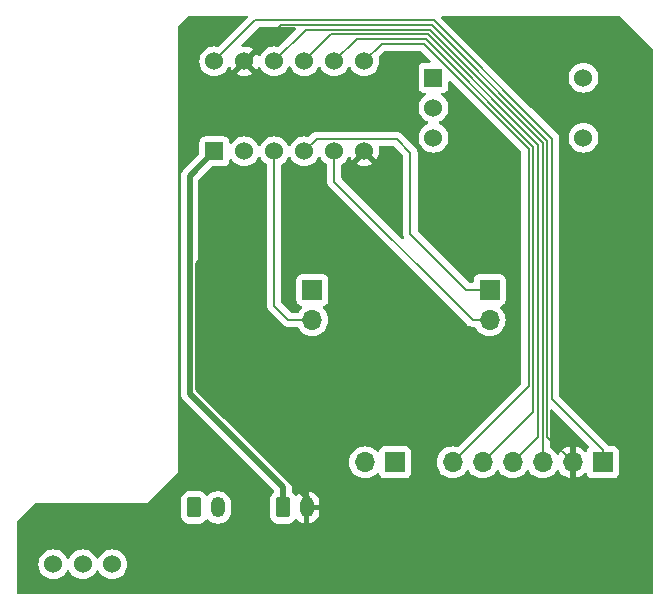
<source format=gbr>
%TF.GenerationSoftware,KiCad,Pcbnew,8.0.6*%
%TF.CreationDate,2024-12-12T22:55:36+09:00*%
%TF.ProjectId,basic_motor,62617369-635f-46d6-9f74-6f722e6b6963,rev?*%
%TF.SameCoordinates,Original*%
%TF.FileFunction,Copper,L1,Top*%
%TF.FilePolarity,Positive*%
%FSLAX46Y46*%
G04 Gerber Fmt 4.6, Leading zero omitted, Abs format (unit mm)*
G04 Created by KiCad (PCBNEW 8.0.6) date 2024-12-12 22:55:36*
%MOMM*%
%LPD*%
G01*
G04 APERTURE LIST*
G04 Aperture macros list*
%AMRoundRect*
0 Rectangle with rounded corners*
0 $1 Rounding radius*
0 $2 $3 $4 $5 $6 $7 $8 $9 X,Y pos of 4 corners*
0 Add a 4 corners polygon primitive as box body*
4,1,4,$2,$3,$4,$5,$6,$7,$8,$9,$2,$3,0*
0 Add four circle primitives for the rounded corners*
1,1,$1+$1,$2,$3*
1,1,$1+$1,$4,$5*
1,1,$1+$1,$6,$7*
1,1,$1+$1,$8,$9*
0 Add four rect primitives between the rounded corners*
20,1,$1+$1,$2,$3,$4,$5,0*
20,1,$1+$1,$4,$5,$6,$7,0*
20,1,$1+$1,$6,$7,$8,$9,0*
20,1,$1+$1,$8,$9,$2,$3,0*%
G04 Aperture macros list end*
%TA.AperFunction,ComponentPad*%
%ADD10R,1.700000X1.700000*%
%TD*%
%TA.AperFunction,ComponentPad*%
%ADD11O,1.700000X1.700000*%
%TD*%
%TA.AperFunction,ComponentPad*%
%ADD12R,1.524000X1.524000*%
%TD*%
%TA.AperFunction,ComponentPad*%
%ADD13C,1.524000*%
%TD*%
%TA.AperFunction,ComponentPad*%
%ADD14RoundRect,0.250000X-0.350000X-0.625000X0.350000X-0.625000X0.350000X0.625000X-0.350000X0.625000X0*%
%TD*%
%TA.AperFunction,ComponentPad*%
%ADD15O,1.200000X1.750000*%
%TD*%
%TA.AperFunction,ViaPad*%
%ADD16C,0.500000*%
%TD*%
%TA.AperFunction,Conductor*%
%ADD17C,0.200000*%
%TD*%
%TA.AperFunction,Conductor*%
%ADD18C,0.500000*%
%TD*%
G04 APERTURE END LIST*
D10*
%TO.P,J3,1,Pin_1*%
%TO.N,/OUT_5v*%
X144500000Y-88325000D03*
D11*
%TO.P,J3,2,Pin_2*%
%TO.N,/OUT_GND*%
X141960000Y-88325000D03*
%TD*%
D12*
%TO.P,U2,1,VM*%
%TO.N,/BATE*%
X129200000Y-62000000D03*
D13*
%TO.P,U2,2,AOUT1*%
%TO.N,/AOUT1*%
X131740000Y-62000000D03*
%TO.P,U2,3,AOUT2*%
%TO.N,/AOUT2*%
X134280000Y-62000000D03*
%TO.P,U2,4,BOUT1*%
%TO.N,/BOUT1*%
X136820000Y-62000000D03*
%TO.P,U2,5,BOUT2*%
%TO.N,/BOUT2*%
X139360000Y-62000000D03*
%TO.P,U2,6,GND*%
%TO.N,/GND*%
X141900000Y-62000000D03*
%TO.P,U2,7,VCC*%
%TO.N,/3.3v*%
X129200000Y-54380000D03*
%TO.P,U2,8,MODE*%
%TO.N,/GND*%
X131740000Y-54380000D03*
%TO.P,U2,9,AIN1*%
%TO.N,/AIN1*%
X134260000Y-54380000D03*
%TO.P,U2,10,AIN2*%
%TO.N,/AIN2*%
X136830000Y-54380000D03*
%TO.P,U2,11,BIN1*%
%TO.N,/BIN1*%
X139360000Y-54380000D03*
%TO.P,U2,12,BIN2*%
%TO.N,/BIN2*%
X141890000Y-54380000D03*
%TD*%
D12*
%TO.P,U1,1,GND*%
%TO.N,/IN_GND*%
X147750000Y-55760000D03*
D13*
%TO.P,U1,2,EN*%
%TO.N,Net-(U1-EN)*%
X147750000Y-58300000D03*
%TO.P,U1,3,VIN*%
%TO.N,/IN_5v*%
X147750000Y-60840000D03*
%TO.P,U1,4,GND*%
%TO.N,/OUT_GND*%
X160450000Y-55760000D03*
%TO.P,U1,5,VOUT*%
%TO.N,/OUT_5v*%
X160450000Y-60840000D03*
%TD*%
D10*
%TO.P,J5,1,Pin_1*%
%TO.N,/AOUT1*%
X137500000Y-73725000D03*
D11*
%TO.P,J5,2,Pin_2*%
%TO.N,/AOUT2*%
X137500000Y-76265000D03*
%TD*%
D13*
%TO.P,SW1,1*%
%TO.N,Net-(U1-EN)*%
X115570000Y-96960000D03*
%TO.P,SW1,2*%
%TO.N,/IN_5v*%
X120560000Y-96960000D03*
%TO.P,SW1,3*%
%TO.N,N/C*%
X118060000Y-96960000D03*
%TD*%
D14*
%TO.P,J2,1,Pin_1*%
%TO.N,/IN_5v*%
X127500000Y-92150000D03*
D15*
%TO.P,J2,2,Pin_2*%
%TO.N,/IN_GND*%
X129500000Y-92150000D03*
%TD*%
D10*
%TO.P,J4,1,Pin_1*%
%TO.N,/3.3v*%
X162080000Y-88325000D03*
D11*
%TO.P,J4,2,Pin_2*%
%TO.N,/GND*%
X159540000Y-88325000D03*
%TO.P,J4,3,Pin_3*%
%TO.N,/AIN1*%
X157000000Y-88325000D03*
%TO.P,J4,4,Pin_4*%
%TO.N,/AIN2*%
X154460000Y-88325000D03*
%TO.P,J4,5,Pin_5*%
%TO.N,/BIN1*%
X151920000Y-88325000D03*
%TO.P,J4,6,Pin_6*%
%TO.N,/BIN2*%
X149380000Y-88325000D03*
%TD*%
D14*
%TO.P,J1,1,Pin_1*%
%TO.N,/BATE*%
X135000000Y-92150000D03*
D15*
%TO.P,J1,2,Pin_2*%
%TO.N,/GND*%
X137000000Y-92150000D03*
%TD*%
D10*
%TO.P,J6,1,Pin_1*%
%TO.N,/BOUT1*%
X152500000Y-73725000D03*
D11*
%TO.P,J6,2,Pin_2*%
%TO.N,/BOUT2*%
X152500000Y-76265000D03*
%TD*%
D16*
%TO.N,/GND*%
X132800000Y-66500000D03*
%TD*%
D17*
%TO.N,/GND*%
X159540000Y-88325000D02*
X157400000Y-86185000D01*
X147600000Y-51300000D02*
X134820000Y-51300000D01*
X157400000Y-61100000D02*
X147600000Y-51300000D01*
D18*
X127800000Y-71500000D02*
X130000000Y-69300000D01*
X137000000Y-91300000D02*
X127800000Y-82100000D01*
X127800000Y-81600000D02*
X127800000Y-73600000D01*
X137000000Y-92150000D02*
X137000000Y-91300000D01*
X132500000Y-66800000D02*
X132800000Y-66500000D01*
D17*
X134820000Y-51300000D02*
X131740000Y-54380000D01*
D18*
X127800000Y-73600000D02*
X127800000Y-71500000D01*
X127800000Y-82100000D02*
X127800000Y-81600000D01*
X130000000Y-69300000D02*
X132500000Y-66800000D01*
D17*
X157400000Y-86185000D02*
X157400000Y-61100000D01*
D18*
%TO.N,/BATE*%
X127100000Y-64100000D02*
X129200000Y-62000000D01*
X135000000Y-90400000D02*
X127100000Y-82500000D01*
X127100000Y-82500000D02*
X127100000Y-64100000D01*
X135000000Y-92150000D02*
X135000000Y-90400000D01*
D17*
%TO.N,/3.3v*%
X157800000Y-60934314D02*
X147765685Y-50900000D01*
X162080000Y-87275000D02*
X157800000Y-82995000D01*
X162080000Y-88325000D02*
X162080000Y-87275000D01*
X147765685Y-50900000D02*
X132680000Y-50900000D01*
X132680000Y-50900000D02*
X129200000Y-54380000D01*
X157800000Y-82995000D02*
X157800000Y-60934314D01*
%TO.N,/BIN2*%
X155800000Y-81905000D02*
X155800000Y-61762744D01*
X143370000Y-52900000D02*
X141890000Y-54380000D01*
X155800000Y-61762744D02*
X146937256Y-52900000D01*
X146937256Y-52900000D02*
X143370000Y-52900000D01*
X149380000Y-88325000D02*
X155800000Y-81905000D01*
%TO.N,/AIN2*%
X154460000Y-88325000D02*
X156600000Y-86185000D01*
X156600000Y-86185000D02*
X156600000Y-61431372D01*
X139110000Y-52100000D02*
X136830000Y-54380000D01*
X147268628Y-52100000D02*
X139110000Y-52100000D01*
X156600000Y-61431372D02*
X147268628Y-52100000D01*
%TO.N,/AIN1*%
X147434314Y-51700000D02*
X136940000Y-51700000D01*
X136940000Y-51700000D02*
X134260000Y-54380000D01*
X157000000Y-88325000D02*
X157000000Y-61265686D01*
X157000000Y-61265686D02*
X147434314Y-51700000D01*
%TO.N,/BIN1*%
X151920000Y-88325000D02*
X156200000Y-84045000D01*
X156200000Y-61597058D02*
X147102942Y-52500000D01*
X147102942Y-52500000D02*
X141240000Y-52500000D01*
X141240000Y-52500000D02*
X139360000Y-54380000D01*
X156200000Y-84045000D02*
X156200000Y-61597058D01*
%TO.N,/AOUT2*%
X134280000Y-62000000D02*
X134280000Y-75080000D01*
X135465000Y-76265000D02*
X137500000Y-76265000D01*
X134280000Y-75080000D02*
X135465000Y-76265000D01*
%TO.N,/BOUT1*%
X144638000Y-60938000D02*
X137882000Y-60938000D01*
X145800000Y-69000000D02*
X145800000Y-62100000D01*
X137882000Y-60938000D02*
X136820000Y-62000000D01*
X145800000Y-62100000D02*
X144638000Y-60938000D01*
X152500000Y-73725000D02*
X150525000Y-73725000D01*
X150525000Y-73725000D02*
X145800000Y-69000000D01*
%TO.N,/BOUT2*%
X151065000Y-76265000D02*
X139360000Y-64560000D01*
X152500000Y-76265000D02*
X151065000Y-76265000D01*
X139360000Y-64560000D02*
X139360000Y-62000000D01*
%TD*%
%TA.AperFunction,Conductor*%
%TO.N,/GND*%
G36*
X144404942Y-61558185D02*
G01*
X144425584Y-61574819D01*
X145163181Y-62312416D01*
X145196666Y-62373739D01*
X145199500Y-62400097D01*
X145199500Y-68913330D01*
X145199499Y-68913348D01*
X145199499Y-69079054D01*
X145199498Y-69079054D01*
X145240423Y-69231785D01*
X145260440Y-69266454D01*
X145276914Y-69334354D01*
X145254063Y-69400381D01*
X145199142Y-69443573D01*
X145129589Y-69450216D01*
X145067486Y-69418200D01*
X145065373Y-69416137D01*
X139996819Y-64347583D01*
X139963334Y-64286260D01*
X139960500Y-64259902D01*
X139960500Y-63185304D01*
X139980185Y-63118265D01*
X140013375Y-63083730D01*
X140174620Y-62970826D01*
X140330826Y-62814620D01*
X140457534Y-62633662D01*
X140517894Y-62504218D01*
X140564066Y-62451779D01*
X140631259Y-62432627D01*
X140698141Y-62452843D01*
X140742658Y-62504219D01*
X140802898Y-62633405D01*
X140802901Y-62633411D01*
X140848258Y-62698187D01*
X140848258Y-62698188D01*
X141519000Y-62027446D01*
X141519000Y-62050160D01*
X141544964Y-62147061D01*
X141595124Y-62233940D01*
X141666060Y-62304876D01*
X141752939Y-62355036D01*
X141849840Y-62381000D01*
X141872553Y-62381000D01*
X141201810Y-63051740D01*
X141266590Y-63097099D01*
X141266592Y-63097100D01*
X141466715Y-63190419D01*
X141466729Y-63190424D01*
X141680013Y-63247573D01*
X141680023Y-63247575D01*
X141899999Y-63266821D01*
X141900001Y-63266821D01*
X142119976Y-63247575D01*
X142119986Y-63247573D01*
X142333270Y-63190424D01*
X142333284Y-63190419D01*
X142533407Y-63097100D01*
X142533417Y-63097094D01*
X142598188Y-63051741D01*
X141927448Y-62381000D01*
X141950160Y-62381000D01*
X142047061Y-62355036D01*
X142133940Y-62304876D01*
X142204876Y-62233940D01*
X142255036Y-62147061D01*
X142281000Y-62050160D01*
X142281000Y-62027447D01*
X142951741Y-62698188D01*
X142997094Y-62633417D01*
X142997100Y-62633407D01*
X143090419Y-62433284D01*
X143090424Y-62433270D01*
X143147573Y-62219986D01*
X143147575Y-62219976D01*
X143166821Y-62000000D01*
X143166821Y-61999999D01*
X143147575Y-61780023D01*
X143147574Y-61780017D01*
X143124685Y-61694594D01*
X143126348Y-61624744D01*
X143165510Y-61566881D01*
X143229739Y-61539377D01*
X143244460Y-61538500D01*
X144337903Y-61538500D01*
X144404942Y-61558185D01*
G37*
%TD.AperFunction*%
%TA.AperFunction,Conductor*%
G36*
X131997941Y-50520185D02*
G01*
X132043696Y-50572989D01*
X132053640Y-50642147D01*
X132024615Y-50705703D01*
X132018583Y-50712181D01*
X129611679Y-53119084D01*
X129550356Y-53152569D01*
X129491906Y-53151178D01*
X129420076Y-53131932D01*
X129420073Y-53131931D01*
X129420068Y-53131930D01*
X129420065Y-53131929D01*
X129420062Y-53131929D01*
X129200002Y-53112677D01*
X129199998Y-53112677D01*
X128979937Y-53131929D01*
X128979929Y-53131930D01*
X128766554Y-53189104D01*
X128766548Y-53189107D01*
X128566340Y-53282465D01*
X128566338Y-53282466D01*
X128385377Y-53409175D01*
X128229175Y-53565377D01*
X128102466Y-53746338D01*
X128102465Y-53746340D01*
X128009107Y-53946548D01*
X128009104Y-53946554D01*
X127951930Y-54159929D01*
X127951929Y-54159937D01*
X127932677Y-54379997D01*
X127932677Y-54380002D01*
X127951929Y-54600062D01*
X127951930Y-54600070D01*
X128009104Y-54813445D01*
X128009105Y-54813447D01*
X128009106Y-54813450D01*
X128070624Y-54945377D01*
X128102466Y-55013662D01*
X128102468Y-55013666D01*
X128229170Y-55194615D01*
X128229175Y-55194621D01*
X128385378Y-55350824D01*
X128385384Y-55350829D01*
X128566333Y-55477531D01*
X128566335Y-55477532D01*
X128566338Y-55477534D01*
X128766550Y-55570894D01*
X128979932Y-55628070D01*
X129137123Y-55641822D01*
X129199998Y-55647323D01*
X129200000Y-55647323D01*
X129200002Y-55647323D01*
X129255017Y-55642509D01*
X129420068Y-55628070D01*
X129633450Y-55570894D01*
X129833662Y-55477534D01*
X130014620Y-55350826D01*
X130170826Y-55194620D01*
X130297534Y-55013662D01*
X130357894Y-54884218D01*
X130404066Y-54831779D01*
X130471259Y-54812627D01*
X130538141Y-54832843D01*
X130582658Y-54884219D01*
X130642898Y-55013405D01*
X130642901Y-55013411D01*
X130688258Y-55078187D01*
X130688258Y-55078188D01*
X131359000Y-54407446D01*
X131359000Y-54430160D01*
X131384964Y-54527061D01*
X131435124Y-54613940D01*
X131506060Y-54684876D01*
X131592939Y-54735036D01*
X131689840Y-54761000D01*
X131712553Y-54761000D01*
X131041810Y-55431740D01*
X131106590Y-55477099D01*
X131106592Y-55477100D01*
X131306715Y-55570419D01*
X131306729Y-55570424D01*
X131520013Y-55627573D01*
X131520023Y-55627575D01*
X131739999Y-55646821D01*
X131740001Y-55646821D01*
X131959976Y-55627575D01*
X131959986Y-55627573D01*
X132173270Y-55570424D01*
X132173284Y-55570419D01*
X132373407Y-55477100D01*
X132373417Y-55477094D01*
X132438188Y-55431741D01*
X131767448Y-54761000D01*
X131790160Y-54761000D01*
X131887061Y-54735036D01*
X131973940Y-54684876D01*
X132044876Y-54613940D01*
X132095036Y-54527061D01*
X132121000Y-54430160D01*
X132121000Y-54407447D01*
X132791741Y-55078188D01*
X132837094Y-55013417D01*
X132837097Y-55013412D01*
X132887340Y-54905665D01*
X132933512Y-54853225D01*
X133000705Y-54834072D01*
X133067587Y-54854287D01*
X133112105Y-54905663D01*
X133162466Y-55013662D01*
X133162468Y-55013666D01*
X133289170Y-55194615D01*
X133289175Y-55194621D01*
X133445378Y-55350824D01*
X133445384Y-55350829D01*
X133626333Y-55477531D01*
X133626335Y-55477532D01*
X133626338Y-55477534D01*
X133826550Y-55570894D01*
X134039932Y-55628070D01*
X134197123Y-55641822D01*
X134259998Y-55647323D01*
X134260000Y-55647323D01*
X134260002Y-55647323D01*
X134315017Y-55642509D01*
X134480068Y-55628070D01*
X134693450Y-55570894D01*
X134893662Y-55477534D01*
X135074620Y-55350826D01*
X135230826Y-55194620D01*
X135357534Y-55013662D01*
X135432618Y-54852642D01*
X135478790Y-54800203D01*
X135545983Y-54781051D01*
X135612865Y-54801266D01*
X135657382Y-54852643D01*
X135732464Y-55013658D01*
X135732468Y-55013666D01*
X135859170Y-55194615D01*
X135859175Y-55194621D01*
X136015378Y-55350824D01*
X136015384Y-55350829D01*
X136196333Y-55477531D01*
X136196335Y-55477532D01*
X136196338Y-55477534D01*
X136396550Y-55570894D01*
X136609932Y-55628070D01*
X136767123Y-55641822D01*
X136829998Y-55647323D01*
X136830000Y-55647323D01*
X136830002Y-55647323D01*
X136885017Y-55642509D01*
X137050068Y-55628070D01*
X137263450Y-55570894D01*
X137463662Y-55477534D01*
X137644620Y-55350826D01*
X137800826Y-55194620D01*
X137927534Y-55013662D01*
X137982618Y-54895532D01*
X138028790Y-54843094D01*
X138095984Y-54823942D01*
X138162865Y-54844158D01*
X138207381Y-54895532D01*
X138230624Y-54945377D01*
X138262466Y-55013662D01*
X138262468Y-55013666D01*
X138389170Y-55194615D01*
X138389175Y-55194621D01*
X138545378Y-55350824D01*
X138545384Y-55350829D01*
X138726333Y-55477531D01*
X138726335Y-55477532D01*
X138726338Y-55477534D01*
X138926550Y-55570894D01*
X139139932Y-55628070D01*
X139297123Y-55641822D01*
X139359998Y-55647323D01*
X139360000Y-55647323D01*
X139360002Y-55647323D01*
X139415017Y-55642509D01*
X139580068Y-55628070D01*
X139793450Y-55570894D01*
X139993662Y-55477534D01*
X140174620Y-55350826D01*
X140330826Y-55194620D01*
X140457534Y-55013662D01*
X140512618Y-54895532D01*
X140558790Y-54843094D01*
X140625984Y-54823942D01*
X140692865Y-54844158D01*
X140737381Y-54895532D01*
X140760624Y-54945377D01*
X140792466Y-55013662D01*
X140792468Y-55013666D01*
X140919170Y-55194615D01*
X140919175Y-55194621D01*
X141075378Y-55350824D01*
X141075384Y-55350829D01*
X141256333Y-55477531D01*
X141256335Y-55477532D01*
X141256338Y-55477534D01*
X141456550Y-55570894D01*
X141669932Y-55628070D01*
X141827123Y-55641822D01*
X141889998Y-55647323D01*
X141890000Y-55647323D01*
X141890002Y-55647323D01*
X141945017Y-55642509D01*
X142110068Y-55628070D01*
X142323450Y-55570894D01*
X142523662Y-55477534D01*
X142704620Y-55350826D01*
X142860826Y-55194620D01*
X142987534Y-55013662D01*
X143080894Y-54813450D01*
X143138070Y-54600068D01*
X143157323Y-54380000D01*
X143138070Y-54159932D01*
X143118821Y-54088095D01*
X143120482Y-54018245D01*
X143150912Y-53968321D01*
X143582416Y-53536819D01*
X143643739Y-53503334D01*
X143670097Y-53500500D01*
X146637159Y-53500500D01*
X146704198Y-53520185D01*
X146724840Y-53536819D01*
X147473840Y-54285819D01*
X147507325Y-54347142D01*
X147502341Y-54416834D01*
X147460469Y-54472767D01*
X147395005Y-54497184D01*
X147386159Y-54497500D01*
X146940129Y-54497500D01*
X146940123Y-54497501D01*
X146880516Y-54503908D01*
X146745671Y-54554202D01*
X146745664Y-54554206D01*
X146630455Y-54640452D01*
X146630452Y-54640455D01*
X146544206Y-54755664D01*
X146544202Y-54755671D01*
X146493908Y-54890517D01*
X146487501Y-54950116D01*
X146487500Y-54950135D01*
X146487500Y-56569870D01*
X146487501Y-56569876D01*
X146493908Y-56629483D01*
X146544202Y-56764328D01*
X146544206Y-56764335D01*
X146630452Y-56879544D01*
X146630455Y-56879547D01*
X146745664Y-56965793D01*
X146745671Y-56965797D01*
X146880517Y-57016091D01*
X146880516Y-57016091D01*
X146887444Y-57016835D01*
X146940127Y-57022500D01*
X146980079Y-57022499D01*
X147047116Y-57042182D01*
X147092872Y-57094985D01*
X147102817Y-57164143D01*
X147073794Y-57227700D01*
X147051203Y-57248074D01*
X146935375Y-57329177D01*
X146779175Y-57485377D01*
X146652466Y-57666338D01*
X146652465Y-57666340D01*
X146559107Y-57866548D01*
X146559104Y-57866554D01*
X146501930Y-58079929D01*
X146501929Y-58079937D01*
X146482677Y-58299997D01*
X146482677Y-58300002D01*
X146501929Y-58520062D01*
X146501930Y-58520070D01*
X146559104Y-58733445D01*
X146559105Y-58733447D01*
X146559106Y-58733450D01*
X146652466Y-58933662D01*
X146652468Y-58933666D01*
X146779170Y-59114615D01*
X146779175Y-59114621D01*
X146935378Y-59270824D01*
X146935384Y-59270829D01*
X147116333Y-59397531D01*
X147116335Y-59397532D01*
X147116338Y-59397534D01*
X147235748Y-59453215D01*
X147245189Y-59457618D01*
X147297628Y-59503790D01*
X147316780Y-59570984D01*
X147296564Y-59637865D01*
X147245189Y-59682382D01*
X147116340Y-59742465D01*
X147116338Y-59742466D01*
X146935377Y-59869175D01*
X146779175Y-60025377D01*
X146652466Y-60206338D01*
X146652465Y-60206340D01*
X146588299Y-60343946D01*
X146559107Y-60406549D01*
X146559106Y-60406551D01*
X146501930Y-60619929D01*
X146501929Y-60619937D01*
X146482677Y-60839997D01*
X146482677Y-60840002D01*
X146501929Y-61060062D01*
X146501930Y-61060070D01*
X146559104Y-61273445D01*
X146559105Y-61273447D01*
X146559106Y-61273450D01*
X146592390Y-61344828D01*
X146652466Y-61473662D01*
X146652468Y-61473666D01*
X146779170Y-61654615D01*
X146779175Y-61654621D01*
X146935378Y-61810824D01*
X146935384Y-61810829D01*
X147116333Y-61937531D01*
X147116335Y-61937532D01*
X147116338Y-61937534D01*
X147316550Y-62030894D01*
X147529932Y-62088070D01*
X147687123Y-62101822D01*
X147749998Y-62107323D01*
X147750000Y-62107323D01*
X147750002Y-62107323D01*
X147805017Y-62102509D01*
X147970068Y-62088070D01*
X148183450Y-62030894D01*
X148383662Y-61937534D01*
X148564620Y-61810826D01*
X148720826Y-61654620D01*
X148847534Y-61473662D01*
X148940894Y-61273450D01*
X148998070Y-61060068D01*
X149017323Y-60840000D01*
X149013316Y-60794204D01*
X149007934Y-60732677D01*
X148998070Y-60619932D01*
X148940894Y-60406550D01*
X148847534Y-60206339D01*
X148720826Y-60025380D01*
X148564620Y-59869174D01*
X148564616Y-59869171D01*
X148564615Y-59869170D01*
X148383666Y-59742468D01*
X148383658Y-59742464D01*
X148254811Y-59682382D01*
X148202371Y-59636210D01*
X148183219Y-59569017D01*
X148203435Y-59502135D01*
X148254811Y-59457618D01*
X148260802Y-59454824D01*
X148383662Y-59397534D01*
X148564620Y-59270826D01*
X148720826Y-59114620D01*
X148847534Y-58933662D01*
X148940894Y-58733450D01*
X148998070Y-58520068D01*
X149017323Y-58300000D01*
X148998070Y-58079932D01*
X148940894Y-57866550D01*
X148847534Y-57666339D01*
X148720826Y-57485380D01*
X148564620Y-57329174D01*
X148564616Y-57329171D01*
X148564615Y-57329170D01*
X148448797Y-57248074D01*
X148405172Y-57193497D01*
X148397978Y-57123999D01*
X148429501Y-57061644D01*
X148489730Y-57026230D01*
X148519919Y-57022499D01*
X148559872Y-57022499D01*
X148619483Y-57016091D01*
X148754331Y-56965796D01*
X148869546Y-56879546D01*
X148955796Y-56764331D01*
X149006091Y-56629483D01*
X149012500Y-56569873D01*
X149012499Y-56123838D01*
X149032183Y-56056801D01*
X149084987Y-56011046D01*
X149154146Y-56001102D01*
X149217702Y-56030127D01*
X149224180Y-56036159D01*
X155163181Y-61975160D01*
X155196666Y-62036483D01*
X155199500Y-62062841D01*
X155199500Y-81604902D01*
X155179815Y-81671941D01*
X155163181Y-81692583D01*
X149863530Y-86992233D01*
X149802207Y-87025718D01*
X149743756Y-87024327D01*
X149615413Y-86989938D01*
X149615403Y-86989936D01*
X149380001Y-86969341D01*
X149379999Y-86969341D01*
X149144596Y-86989936D01*
X149144586Y-86989938D01*
X148916344Y-87051094D01*
X148916335Y-87051098D01*
X148702171Y-87150964D01*
X148702169Y-87150965D01*
X148508597Y-87286505D01*
X148341505Y-87453597D01*
X148205965Y-87647169D01*
X148205964Y-87647171D01*
X148106098Y-87861335D01*
X148106094Y-87861344D01*
X148044938Y-88089586D01*
X148044936Y-88089596D01*
X148024341Y-88324999D01*
X148024341Y-88325000D01*
X148044936Y-88560403D01*
X148044938Y-88560413D01*
X148106094Y-88788655D01*
X148106096Y-88788659D01*
X148106097Y-88788663D01*
X148186004Y-88960023D01*
X148205965Y-89002830D01*
X148205967Y-89002834D01*
X148295213Y-89130289D01*
X148341505Y-89196401D01*
X148508599Y-89363495D01*
X148605384Y-89431265D01*
X148702165Y-89499032D01*
X148702167Y-89499033D01*
X148702170Y-89499035D01*
X148916337Y-89598903D01*
X149144592Y-89660063D01*
X149321034Y-89675500D01*
X149379999Y-89680659D01*
X149380000Y-89680659D01*
X149380001Y-89680659D01*
X149438966Y-89675500D01*
X149615408Y-89660063D01*
X149843663Y-89598903D01*
X150057830Y-89499035D01*
X150251401Y-89363495D01*
X150418495Y-89196401D01*
X150548425Y-89010842D01*
X150603002Y-88967217D01*
X150672500Y-88960023D01*
X150734855Y-88991546D01*
X150751575Y-89010842D01*
X150881500Y-89196395D01*
X150881505Y-89196401D01*
X151048599Y-89363495D01*
X151145384Y-89431265D01*
X151242165Y-89499032D01*
X151242167Y-89499033D01*
X151242170Y-89499035D01*
X151456337Y-89598903D01*
X151684592Y-89660063D01*
X151861034Y-89675500D01*
X151919999Y-89680659D01*
X151920000Y-89680659D01*
X151920001Y-89680659D01*
X151978966Y-89675500D01*
X152155408Y-89660063D01*
X152383663Y-89598903D01*
X152597830Y-89499035D01*
X152791401Y-89363495D01*
X152958495Y-89196401D01*
X153088425Y-89010842D01*
X153143002Y-88967217D01*
X153212500Y-88960023D01*
X153274855Y-88991546D01*
X153291575Y-89010842D01*
X153421500Y-89196395D01*
X153421505Y-89196401D01*
X153588599Y-89363495D01*
X153685384Y-89431265D01*
X153782165Y-89499032D01*
X153782167Y-89499033D01*
X153782170Y-89499035D01*
X153996337Y-89598903D01*
X154224592Y-89660063D01*
X154401034Y-89675500D01*
X154459999Y-89680659D01*
X154460000Y-89680659D01*
X154460001Y-89680659D01*
X154518966Y-89675500D01*
X154695408Y-89660063D01*
X154923663Y-89598903D01*
X155137830Y-89499035D01*
X155331401Y-89363495D01*
X155498495Y-89196401D01*
X155628425Y-89010842D01*
X155683002Y-88967217D01*
X155752500Y-88960023D01*
X155814855Y-88991546D01*
X155831575Y-89010842D01*
X155961500Y-89196395D01*
X155961505Y-89196401D01*
X156128599Y-89363495D01*
X156225384Y-89431265D01*
X156322165Y-89499032D01*
X156322167Y-89499033D01*
X156322170Y-89499035D01*
X156536337Y-89598903D01*
X156764592Y-89660063D01*
X156941034Y-89675500D01*
X156999999Y-89680659D01*
X157000000Y-89680659D01*
X157000001Y-89680659D01*
X157058966Y-89675500D01*
X157235408Y-89660063D01*
X157463663Y-89598903D01*
X157677830Y-89499035D01*
X157871401Y-89363495D01*
X158038495Y-89196401D01*
X158168730Y-89010405D01*
X158223307Y-88966781D01*
X158292805Y-88959587D01*
X158355160Y-88991110D01*
X158371879Y-89010405D01*
X158501890Y-89196078D01*
X158668917Y-89363105D01*
X158862421Y-89498600D01*
X159076507Y-89598429D01*
X159076516Y-89598433D01*
X159290000Y-89655634D01*
X159290000Y-88758012D01*
X159347007Y-88790925D01*
X159474174Y-88825000D01*
X159605826Y-88825000D01*
X159732993Y-88790925D01*
X159790000Y-88758012D01*
X159790000Y-89655633D01*
X160003483Y-89598433D01*
X160003492Y-89598429D01*
X160217578Y-89498600D01*
X160411078Y-89363108D01*
X160533133Y-89241053D01*
X160594456Y-89207568D01*
X160664148Y-89212552D01*
X160720082Y-89254423D01*
X160736997Y-89285401D01*
X160786202Y-89417328D01*
X160786206Y-89417335D01*
X160872452Y-89532544D01*
X160872455Y-89532547D01*
X160987664Y-89618793D01*
X160987671Y-89618797D01*
X161122517Y-89669091D01*
X161122516Y-89669091D01*
X161129444Y-89669835D01*
X161182127Y-89675500D01*
X162977872Y-89675499D01*
X163037483Y-89669091D01*
X163172331Y-89618796D01*
X163287546Y-89532546D01*
X163373796Y-89417331D01*
X163424091Y-89282483D01*
X163430500Y-89222873D01*
X163430499Y-87427128D01*
X163424091Y-87367517D01*
X163423002Y-87364598D01*
X163373797Y-87232671D01*
X163373793Y-87232664D01*
X163287547Y-87117455D01*
X163287544Y-87117452D01*
X163172335Y-87031206D01*
X163172328Y-87031202D01*
X163037482Y-86980908D01*
X163037483Y-86980908D01*
X162977883Y-86974501D01*
X162977881Y-86974500D01*
X162977873Y-86974500D01*
X162977865Y-86974500D01*
X162671496Y-86974500D01*
X162604457Y-86954815D01*
X162564108Y-86912499D01*
X162562316Y-86909395D01*
X162560520Y-86906284D01*
X162448716Y-86794480D01*
X162448715Y-86794479D01*
X162444385Y-86790149D01*
X162444374Y-86790139D01*
X158436819Y-82782584D01*
X158403334Y-82721261D01*
X158400500Y-82694903D01*
X158400500Y-61023374D01*
X158400501Y-61023361D01*
X158400501Y-60855258D01*
X158396413Y-60840002D01*
X159182677Y-60840002D01*
X159201929Y-61060062D01*
X159201930Y-61060070D01*
X159259104Y-61273445D01*
X159259105Y-61273447D01*
X159259106Y-61273450D01*
X159292390Y-61344828D01*
X159352466Y-61473662D01*
X159352468Y-61473666D01*
X159479170Y-61654615D01*
X159479175Y-61654621D01*
X159635378Y-61810824D01*
X159635384Y-61810829D01*
X159816333Y-61937531D01*
X159816335Y-61937532D01*
X159816338Y-61937534D01*
X160016550Y-62030894D01*
X160229932Y-62088070D01*
X160387123Y-62101822D01*
X160449998Y-62107323D01*
X160450000Y-62107323D01*
X160450002Y-62107323D01*
X160505017Y-62102509D01*
X160670068Y-62088070D01*
X160883450Y-62030894D01*
X161083662Y-61937534D01*
X161264620Y-61810826D01*
X161420826Y-61654620D01*
X161547534Y-61473662D01*
X161640894Y-61273450D01*
X161698070Y-61060068D01*
X161717323Y-60840000D01*
X161713316Y-60794204D01*
X161707934Y-60732677D01*
X161698070Y-60619932D01*
X161640894Y-60406550D01*
X161547534Y-60206339D01*
X161420826Y-60025380D01*
X161264620Y-59869174D01*
X161264616Y-59869171D01*
X161264615Y-59869170D01*
X161083666Y-59742468D01*
X161083662Y-59742466D01*
X161083658Y-59742464D01*
X160883450Y-59649106D01*
X160883447Y-59649105D01*
X160883445Y-59649104D01*
X160670070Y-59591930D01*
X160670062Y-59591929D01*
X160450002Y-59572677D01*
X160449998Y-59572677D01*
X160229937Y-59591929D01*
X160229929Y-59591930D01*
X160016554Y-59649104D01*
X160016548Y-59649107D01*
X159816340Y-59742465D01*
X159816338Y-59742466D01*
X159635377Y-59869175D01*
X159479175Y-60025377D01*
X159352466Y-60206338D01*
X159352465Y-60206340D01*
X159288299Y-60343946D01*
X159259107Y-60406549D01*
X159259106Y-60406551D01*
X159201930Y-60619929D01*
X159201929Y-60619937D01*
X159182677Y-60839997D01*
X159182677Y-60840002D01*
X158396413Y-60840002D01*
X158388135Y-60809107D01*
X158359577Y-60702530D01*
X158359573Y-60702523D01*
X158280524Y-60565604D01*
X158280518Y-60565596D01*
X156014919Y-58299997D01*
X153474923Y-55760002D01*
X159182677Y-55760002D01*
X159201929Y-55980062D01*
X159201930Y-55980070D01*
X159259104Y-56193445D01*
X159259105Y-56193447D01*
X159259106Y-56193450D01*
X159352466Y-56393662D01*
X159352468Y-56393666D01*
X159479170Y-56574615D01*
X159479175Y-56574621D01*
X159635378Y-56730824D01*
X159635384Y-56730829D01*
X159816333Y-56857531D01*
X159816335Y-56857532D01*
X159816338Y-56857534D01*
X160016550Y-56950894D01*
X160229932Y-57008070D01*
X160387123Y-57021822D01*
X160449998Y-57027323D01*
X160450000Y-57027323D01*
X160450002Y-57027323D01*
X160505151Y-57022498D01*
X160670068Y-57008070D01*
X160883450Y-56950894D01*
X161083662Y-56857534D01*
X161264620Y-56730826D01*
X161420826Y-56574620D01*
X161547534Y-56393662D01*
X161640894Y-56193450D01*
X161698070Y-55980068D01*
X161717323Y-55760000D01*
X161698070Y-55539932D01*
X161640894Y-55326550D01*
X161547534Y-55126339D01*
X161468637Y-55013662D01*
X161420827Y-54945381D01*
X161359665Y-54884219D01*
X161264620Y-54789174D01*
X161264616Y-54789171D01*
X161264615Y-54789170D01*
X161083666Y-54662468D01*
X161083662Y-54662466D01*
X161036457Y-54640454D01*
X160883450Y-54569106D01*
X160883447Y-54569105D01*
X160883445Y-54569104D01*
X160670070Y-54511930D01*
X160670062Y-54511929D01*
X160450002Y-54492677D01*
X160449998Y-54492677D01*
X160229937Y-54511929D01*
X160229929Y-54511930D01*
X160016554Y-54569104D01*
X160016548Y-54569107D01*
X159816340Y-54662465D01*
X159816338Y-54662466D01*
X159635377Y-54789175D01*
X159479175Y-54945377D01*
X159352466Y-55126338D01*
X159352465Y-55126340D01*
X159259107Y-55326548D01*
X159259104Y-55326554D01*
X159201930Y-55539929D01*
X159201929Y-55539937D01*
X159182677Y-55759997D01*
X159182677Y-55760002D01*
X153474923Y-55760002D01*
X148427100Y-50712180D01*
X148393616Y-50650858D01*
X148398600Y-50581166D01*
X148440472Y-50525233D01*
X148505936Y-50500816D01*
X148514782Y-50500500D01*
X163449138Y-50500500D01*
X163516177Y-50520185D01*
X163536819Y-50536819D01*
X166263681Y-53263681D01*
X166297166Y-53325004D01*
X166300000Y-53351362D01*
X166300000Y-99375500D01*
X166280315Y-99442539D01*
X166227511Y-99488294D01*
X166176000Y-99499500D01*
X112624000Y-99499500D01*
X112556961Y-99479815D01*
X112511206Y-99427011D01*
X112500000Y-99375500D01*
X112500000Y-96960002D01*
X114302677Y-96960002D01*
X114321929Y-97180062D01*
X114321930Y-97180070D01*
X114379104Y-97393445D01*
X114379105Y-97393447D01*
X114379106Y-97393450D01*
X114432382Y-97507701D01*
X114472466Y-97593662D01*
X114472468Y-97593666D01*
X114599170Y-97774615D01*
X114599175Y-97774621D01*
X114755378Y-97930824D01*
X114755384Y-97930829D01*
X114936333Y-98057531D01*
X114936335Y-98057532D01*
X114936338Y-98057534D01*
X115136550Y-98150894D01*
X115349932Y-98208070D01*
X115507123Y-98221822D01*
X115569998Y-98227323D01*
X115570000Y-98227323D01*
X115570002Y-98227323D01*
X115625017Y-98222509D01*
X115790068Y-98208070D01*
X116003450Y-98150894D01*
X116203662Y-98057534D01*
X116384620Y-97930826D01*
X116540826Y-97774620D01*
X116667534Y-97593662D01*
X116702618Y-97518424D01*
X116748790Y-97465984D01*
X116815983Y-97446832D01*
X116882865Y-97467048D01*
X116927382Y-97518424D01*
X116962464Y-97593658D01*
X116962468Y-97593666D01*
X117089170Y-97774615D01*
X117089175Y-97774621D01*
X117245378Y-97930824D01*
X117245384Y-97930829D01*
X117426333Y-98057531D01*
X117426335Y-98057532D01*
X117426338Y-98057534D01*
X117626550Y-98150894D01*
X117839932Y-98208070D01*
X117997123Y-98221822D01*
X118059998Y-98227323D01*
X118060000Y-98227323D01*
X118060002Y-98227323D01*
X118115017Y-98222509D01*
X118280068Y-98208070D01*
X118493450Y-98150894D01*
X118693662Y-98057534D01*
X118874620Y-97930826D01*
X119030826Y-97774620D01*
X119157534Y-97593662D01*
X119197618Y-97507700D01*
X119243790Y-97455261D01*
X119310983Y-97436109D01*
X119377864Y-97456324D01*
X119422382Y-97507701D01*
X119462464Y-97593658D01*
X119462468Y-97593666D01*
X119589170Y-97774615D01*
X119589175Y-97774621D01*
X119745378Y-97930824D01*
X119745384Y-97930829D01*
X119926333Y-98057531D01*
X119926335Y-98057532D01*
X119926338Y-98057534D01*
X120126550Y-98150894D01*
X120339932Y-98208070D01*
X120497123Y-98221822D01*
X120559998Y-98227323D01*
X120560000Y-98227323D01*
X120560002Y-98227323D01*
X120615017Y-98222509D01*
X120780068Y-98208070D01*
X120993450Y-98150894D01*
X121193662Y-98057534D01*
X121374620Y-97930826D01*
X121530826Y-97774620D01*
X121657534Y-97593662D01*
X121750894Y-97393450D01*
X121808070Y-97180068D01*
X121827323Y-96960000D01*
X121808070Y-96739932D01*
X121750894Y-96526550D01*
X121657534Y-96326339D01*
X121530826Y-96145380D01*
X121374620Y-95989174D01*
X121374616Y-95989171D01*
X121374615Y-95989170D01*
X121193666Y-95862468D01*
X121193662Y-95862466D01*
X121193660Y-95862465D01*
X120993450Y-95769106D01*
X120993447Y-95769105D01*
X120993445Y-95769104D01*
X120780070Y-95711930D01*
X120780062Y-95711929D01*
X120560002Y-95692677D01*
X120559998Y-95692677D01*
X120339937Y-95711929D01*
X120339929Y-95711930D01*
X120126554Y-95769104D01*
X120126548Y-95769107D01*
X119926340Y-95862465D01*
X119926338Y-95862466D01*
X119745377Y-95989175D01*
X119589175Y-96145377D01*
X119462466Y-96326338D01*
X119462465Y-96326340D01*
X119422382Y-96412299D01*
X119376209Y-96464738D01*
X119309016Y-96483890D01*
X119242135Y-96463674D01*
X119197618Y-96412299D01*
X119157534Y-96326340D01*
X119157533Y-96326338D01*
X119030827Y-96145381D01*
X119030823Y-96145377D01*
X118874620Y-95989174D01*
X118874616Y-95989171D01*
X118874615Y-95989170D01*
X118693666Y-95862468D01*
X118693662Y-95862466D01*
X118693660Y-95862465D01*
X118493450Y-95769106D01*
X118493447Y-95769105D01*
X118493445Y-95769104D01*
X118280070Y-95711930D01*
X118280062Y-95711929D01*
X118060002Y-95692677D01*
X118059998Y-95692677D01*
X117839937Y-95711929D01*
X117839929Y-95711930D01*
X117626554Y-95769104D01*
X117626548Y-95769107D01*
X117426340Y-95862465D01*
X117426338Y-95862466D01*
X117245377Y-95989175D01*
X117089175Y-96145377D01*
X116962466Y-96326338D01*
X116962465Y-96326340D01*
X116927382Y-96401577D01*
X116881210Y-96454016D01*
X116814016Y-96473168D01*
X116747135Y-96452952D01*
X116702618Y-96401577D01*
X116667534Y-96326340D01*
X116667533Y-96326338D01*
X116540827Y-96145381D01*
X116540823Y-96145377D01*
X116384620Y-95989174D01*
X116384616Y-95989171D01*
X116384615Y-95989170D01*
X116203666Y-95862468D01*
X116203662Y-95862466D01*
X116203660Y-95862465D01*
X116003450Y-95769106D01*
X116003447Y-95769105D01*
X116003445Y-95769104D01*
X115790070Y-95711930D01*
X115790062Y-95711929D01*
X115570002Y-95692677D01*
X115569998Y-95692677D01*
X115349937Y-95711929D01*
X115349929Y-95711930D01*
X115136554Y-95769104D01*
X115136548Y-95769107D01*
X114936340Y-95862465D01*
X114936338Y-95862466D01*
X114755377Y-95989175D01*
X114599175Y-96145377D01*
X114472466Y-96326338D01*
X114472465Y-96326340D01*
X114379107Y-96526548D01*
X114379104Y-96526554D01*
X114321930Y-96739929D01*
X114321929Y-96739937D01*
X114302677Y-96959997D01*
X114302677Y-96960002D01*
X112500000Y-96960002D01*
X112500000Y-93351362D01*
X112519685Y-93284323D01*
X112536319Y-93263681D01*
X112974999Y-92825001D01*
X126399500Y-92825001D01*
X126399501Y-92825018D01*
X126410000Y-92927796D01*
X126410001Y-92927799D01*
X126465185Y-93094331D01*
X126465187Y-93094336D01*
X126488600Y-93132294D01*
X126557288Y-93243656D01*
X126681344Y-93367712D01*
X126830666Y-93459814D01*
X126997203Y-93514999D01*
X127099991Y-93525500D01*
X127900008Y-93525499D01*
X127900016Y-93525498D01*
X127900019Y-93525498D01*
X127956302Y-93519748D01*
X128002797Y-93514999D01*
X128169334Y-93459814D01*
X128318656Y-93367712D01*
X128442712Y-93243656D01*
X128482310Y-93179456D01*
X128534258Y-93132732D01*
X128603220Y-93121509D01*
X128667303Y-93149352D01*
X128675530Y-93156872D01*
X128783072Y-93264414D01*
X128923212Y-93366232D01*
X129077555Y-93444873D01*
X129242299Y-93498402D01*
X129413389Y-93525500D01*
X129413390Y-93525500D01*
X129586610Y-93525500D01*
X129586611Y-93525500D01*
X129757701Y-93498402D01*
X129922445Y-93444873D01*
X130076788Y-93366232D01*
X130216928Y-93264414D01*
X130339414Y-93141928D01*
X130441232Y-93001788D01*
X130519873Y-92847445D01*
X130573402Y-92682701D01*
X130600500Y-92511611D01*
X130600500Y-91788389D01*
X130573402Y-91617299D01*
X130519873Y-91452555D01*
X130441232Y-91298212D01*
X130339414Y-91158072D01*
X130216928Y-91035586D01*
X130076788Y-90933768D01*
X129922445Y-90855127D01*
X129757701Y-90801598D01*
X129757699Y-90801597D01*
X129757698Y-90801597D01*
X129626271Y-90780781D01*
X129586611Y-90774500D01*
X129413389Y-90774500D01*
X129373728Y-90780781D01*
X129242302Y-90801597D01*
X129077552Y-90855128D01*
X128923211Y-90933768D01*
X128783073Y-91035585D01*
X128675530Y-91143128D01*
X128614207Y-91176612D01*
X128544515Y-91171628D01*
X128488582Y-91129756D01*
X128482310Y-91120543D01*
X128442712Y-91056344D01*
X128318656Y-90932288D01*
X128193559Y-90855128D01*
X128169336Y-90840187D01*
X128169331Y-90840185D01*
X128111561Y-90821042D01*
X128002797Y-90785001D01*
X128002795Y-90785000D01*
X127900010Y-90774500D01*
X127099998Y-90774500D01*
X127099980Y-90774501D01*
X126997203Y-90785000D01*
X126997200Y-90785001D01*
X126830668Y-90840185D01*
X126830663Y-90840187D01*
X126681342Y-90932289D01*
X126557289Y-91056342D01*
X126465187Y-91205663D01*
X126465186Y-91205666D01*
X126410001Y-91372203D01*
X126410001Y-91372204D01*
X126410000Y-91372204D01*
X126399500Y-91474983D01*
X126399500Y-92825001D01*
X112974999Y-92825001D01*
X113963681Y-91836319D01*
X114025004Y-91802834D01*
X114051362Y-91800000D01*
X123500000Y-91800000D01*
X126100000Y-89200000D01*
X126100000Y-82573920D01*
X126349499Y-82573920D01*
X126378340Y-82718907D01*
X126378343Y-82718917D01*
X126434914Y-82855492D01*
X126467812Y-82904727D01*
X126467813Y-82904730D01*
X126517046Y-82978414D01*
X126517052Y-82978421D01*
X134213181Y-90674548D01*
X134246666Y-90735871D01*
X134249500Y-90762229D01*
X134249500Y-90821042D01*
X134229815Y-90888081D01*
X134190598Y-90926580D01*
X134181344Y-90932287D01*
X134057289Y-91056342D01*
X133965187Y-91205663D01*
X133965186Y-91205666D01*
X133910001Y-91372203D01*
X133910001Y-91372204D01*
X133910000Y-91372204D01*
X133899500Y-91474983D01*
X133899500Y-92825001D01*
X133899501Y-92825018D01*
X133910000Y-92927796D01*
X133910001Y-92927799D01*
X133965185Y-93094331D01*
X133965187Y-93094336D01*
X133988600Y-93132294D01*
X134057288Y-93243656D01*
X134181344Y-93367712D01*
X134330666Y-93459814D01*
X134497203Y-93514999D01*
X134599991Y-93525500D01*
X135400008Y-93525499D01*
X135400016Y-93525498D01*
X135400019Y-93525498D01*
X135456302Y-93519748D01*
X135502797Y-93514999D01*
X135669334Y-93459814D01*
X135818656Y-93367712D01*
X135942712Y-93243656D01*
X135982581Y-93179016D01*
X136034525Y-93132294D01*
X136103488Y-93121071D01*
X136167570Y-93148914D01*
X136175799Y-93156434D01*
X136283397Y-93264032D01*
X136423475Y-93365804D01*
X136577744Y-93444408D01*
X136742415Y-93497914D01*
X136742414Y-93497914D01*
X136749999Y-93499115D01*
X136750000Y-93499114D01*
X136750000Y-92430330D01*
X136769745Y-92450075D01*
X136855255Y-92499444D01*
X136950630Y-92525000D01*
X137049370Y-92525000D01*
X137144745Y-92499444D01*
X137230255Y-92450075D01*
X137250000Y-92430330D01*
X137250000Y-93499115D01*
X137257584Y-93497914D01*
X137422255Y-93444408D01*
X137576524Y-93365804D01*
X137716602Y-93264032D01*
X137839032Y-93141602D01*
X137940804Y-93001524D01*
X138019408Y-92847257D01*
X138072914Y-92682584D01*
X138100000Y-92511571D01*
X138100000Y-92400000D01*
X137280330Y-92400000D01*
X137300075Y-92380255D01*
X137349444Y-92294745D01*
X137375000Y-92199370D01*
X137375000Y-92100630D01*
X137349444Y-92005255D01*
X137300075Y-91919745D01*
X137280330Y-91900000D01*
X138100000Y-91900000D01*
X138100000Y-91788428D01*
X138072914Y-91617415D01*
X138019408Y-91452742D01*
X137940804Y-91298475D01*
X137839032Y-91158397D01*
X137716602Y-91035967D01*
X137576524Y-90934195D01*
X137422257Y-90855591D01*
X137257589Y-90802087D01*
X137257581Y-90802085D01*
X137250000Y-90800884D01*
X137250000Y-91869670D01*
X137230255Y-91849925D01*
X137144745Y-91800556D01*
X137049370Y-91775000D01*
X136950630Y-91775000D01*
X136855255Y-91800556D01*
X136769745Y-91849925D01*
X136750000Y-91869670D01*
X136750000Y-90800884D01*
X136749999Y-90800884D01*
X136742418Y-90802085D01*
X136742410Y-90802087D01*
X136577742Y-90855591D01*
X136423475Y-90934195D01*
X136283401Y-91035964D01*
X136175799Y-91143566D01*
X136114476Y-91177050D01*
X136044784Y-91172066D01*
X135988851Y-91130194D01*
X135982585Y-91120988D01*
X135942712Y-91056344D01*
X135818656Y-90932288D01*
X135818655Y-90932287D01*
X135809402Y-90926580D01*
X135762678Y-90874632D01*
X135750500Y-90821042D01*
X135750500Y-90326079D01*
X135721659Y-90181092D01*
X135721658Y-90181091D01*
X135721658Y-90181087D01*
X135721656Y-90181082D01*
X135665087Y-90044511D01*
X135665080Y-90044498D01*
X135582952Y-89921585D01*
X135580205Y-89918838D01*
X135478416Y-89817049D01*
X133986367Y-88325000D01*
X140604341Y-88325000D01*
X140624936Y-88560403D01*
X140624938Y-88560413D01*
X140686094Y-88788655D01*
X140686096Y-88788659D01*
X140686097Y-88788663D01*
X140766004Y-88960023D01*
X140785965Y-89002830D01*
X140785967Y-89002834D01*
X140875213Y-89130289D01*
X140921505Y-89196401D01*
X141088599Y-89363495D01*
X141185384Y-89431265D01*
X141282165Y-89499032D01*
X141282167Y-89499033D01*
X141282170Y-89499035D01*
X141496337Y-89598903D01*
X141724592Y-89660063D01*
X141901034Y-89675500D01*
X141959999Y-89680659D01*
X141960000Y-89680659D01*
X141960001Y-89680659D01*
X142018966Y-89675500D01*
X142195408Y-89660063D01*
X142423663Y-89598903D01*
X142637830Y-89499035D01*
X142831401Y-89363495D01*
X142953329Y-89241566D01*
X143014648Y-89208084D01*
X143084340Y-89213068D01*
X143140274Y-89254939D01*
X143157189Y-89285917D01*
X143206202Y-89417328D01*
X143206206Y-89417335D01*
X143292452Y-89532544D01*
X143292455Y-89532547D01*
X143407664Y-89618793D01*
X143407671Y-89618797D01*
X143542517Y-89669091D01*
X143542516Y-89669091D01*
X143549444Y-89669835D01*
X143602127Y-89675500D01*
X145397872Y-89675499D01*
X145457483Y-89669091D01*
X145592331Y-89618796D01*
X145707546Y-89532546D01*
X145793796Y-89417331D01*
X145844091Y-89282483D01*
X145850500Y-89222873D01*
X145850499Y-87427128D01*
X145844091Y-87367517D01*
X145843002Y-87364598D01*
X145793797Y-87232671D01*
X145793793Y-87232664D01*
X145707547Y-87117455D01*
X145707544Y-87117452D01*
X145592335Y-87031206D01*
X145592328Y-87031202D01*
X145457482Y-86980908D01*
X145457483Y-86980908D01*
X145397883Y-86974501D01*
X145397881Y-86974500D01*
X145397873Y-86974500D01*
X145397864Y-86974500D01*
X143602129Y-86974500D01*
X143602123Y-86974501D01*
X143542516Y-86980908D01*
X143407671Y-87031202D01*
X143407664Y-87031206D01*
X143292455Y-87117452D01*
X143292452Y-87117455D01*
X143206206Y-87232664D01*
X143206203Y-87232669D01*
X143157189Y-87364083D01*
X143115317Y-87420016D01*
X143049853Y-87444433D01*
X142981580Y-87429581D01*
X142953326Y-87408430D01*
X142831402Y-87286506D01*
X142831395Y-87286501D01*
X142637834Y-87150967D01*
X142637830Y-87150965D01*
X142565972Y-87117457D01*
X142423663Y-87051097D01*
X142423659Y-87051096D01*
X142423655Y-87051094D01*
X142195413Y-86989938D01*
X142195403Y-86989936D01*
X141960001Y-86969341D01*
X141959999Y-86969341D01*
X141724596Y-86989936D01*
X141724586Y-86989938D01*
X141496344Y-87051094D01*
X141496335Y-87051098D01*
X141282171Y-87150964D01*
X141282169Y-87150965D01*
X141088597Y-87286505D01*
X140921505Y-87453597D01*
X140785965Y-87647169D01*
X140785964Y-87647171D01*
X140686098Y-87861335D01*
X140686094Y-87861344D01*
X140624938Y-88089586D01*
X140624936Y-88089596D01*
X140604341Y-88324999D01*
X140604341Y-88325000D01*
X133986367Y-88325000D01*
X127886819Y-82225451D01*
X127853334Y-82164128D01*
X127850500Y-82137770D01*
X127850500Y-64462228D01*
X127870185Y-64395189D01*
X127886814Y-64374551D01*
X128962548Y-63298817D01*
X129023871Y-63265333D01*
X129050229Y-63262499D01*
X130009871Y-63262499D01*
X130009872Y-63262499D01*
X130069483Y-63256091D01*
X130204331Y-63205796D01*
X130319546Y-63119546D01*
X130405796Y-63004331D01*
X130456091Y-62869483D01*
X130462500Y-62809873D01*
X130462499Y-62769920D01*
X130482182Y-62702884D01*
X130534985Y-62657128D01*
X130604143Y-62647183D01*
X130667700Y-62676206D01*
X130688073Y-62698796D01*
X130769174Y-62814620D01*
X130769175Y-62814621D01*
X130925378Y-62970824D01*
X130925384Y-62970829D01*
X131106333Y-63097531D01*
X131106335Y-63097532D01*
X131106338Y-63097534D01*
X131306550Y-63190894D01*
X131519932Y-63248070D01*
X131677123Y-63261822D01*
X131739998Y-63267323D01*
X131740000Y-63267323D01*
X131740002Y-63267323D01*
X131795151Y-63262498D01*
X131960068Y-63248070D01*
X132173450Y-63190894D01*
X132373662Y-63097534D01*
X132554620Y-62970826D01*
X132710826Y-62814620D01*
X132837534Y-62633662D01*
X132897618Y-62504811D01*
X132943790Y-62452371D01*
X133010983Y-62433219D01*
X133077865Y-62453435D01*
X133122382Y-62504811D01*
X133182464Y-62633658D01*
X133182468Y-62633666D01*
X133305850Y-62809873D01*
X133309174Y-62814620D01*
X133465380Y-62970826D01*
X133626623Y-63083729D01*
X133670248Y-63138306D01*
X133679500Y-63185304D01*
X133679500Y-74993330D01*
X133679499Y-74993348D01*
X133679499Y-75159054D01*
X133679498Y-75159054D01*
X133720423Y-75311785D01*
X133749358Y-75361900D01*
X133749359Y-75361904D01*
X133749360Y-75361904D01*
X133799479Y-75448714D01*
X133799481Y-75448717D01*
X133918349Y-75567585D01*
X133918355Y-75567590D01*
X134980139Y-76629374D01*
X134980149Y-76629385D01*
X134984479Y-76633715D01*
X134984480Y-76633716D01*
X135096284Y-76745520D01*
X135183095Y-76795639D01*
X135183097Y-76795641D01*
X135221151Y-76817611D01*
X135233215Y-76824577D01*
X135385943Y-76865500D01*
X135544057Y-76865500D01*
X136210909Y-76865500D01*
X136277948Y-76885185D01*
X136323292Y-76937097D01*
X136325965Y-76942830D01*
X136461505Y-77136401D01*
X136628599Y-77303495D01*
X136725384Y-77371265D01*
X136822165Y-77439032D01*
X136822167Y-77439033D01*
X136822170Y-77439035D01*
X137036337Y-77538903D01*
X137264592Y-77600063D01*
X137452918Y-77616539D01*
X137499999Y-77620659D01*
X137500000Y-77620659D01*
X137500001Y-77620659D01*
X137539234Y-77617226D01*
X137735408Y-77600063D01*
X137963663Y-77538903D01*
X138177830Y-77439035D01*
X138371401Y-77303495D01*
X138538495Y-77136401D01*
X138674035Y-76942830D01*
X138773903Y-76728663D01*
X138835063Y-76500408D01*
X138855659Y-76265000D01*
X138835063Y-76029592D01*
X138773903Y-75801337D01*
X138674035Y-75587171D01*
X138674034Y-75587169D01*
X138538496Y-75393600D01*
X138506796Y-75361900D01*
X138416567Y-75271671D01*
X138383084Y-75210351D01*
X138388068Y-75140659D01*
X138429939Y-75084725D01*
X138460915Y-75067810D01*
X138592331Y-75018796D01*
X138707546Y-74932546D01*
X138793796Y-74817331D01*
X138844091Y-74682483D01*
X138850500Y-74622873D01*
X138850499Y-72827128D01*
X138844091Y-72767517D01*
X138793796Y-72632669D01*
X138793795Y-72632668D01*
X138793793Y-72632664D01*
X138707547Y-72517455D01*
X138707544Y-72517452D01*
X138592335Y-72431206D01*
X138592328Y-72431202D01*
X138457482Y-72380908D01*
X138457483Y-72380908D01*
X138397883Y-72374501D01*
X138397881Y-72374500D01*
X138397873Y-72374500D01*
X138397864Y-72374500D01*
X136602129Y-72374500D01*
X136602123Y-72374501D01*
X136542516Y-72380908D01*
X136407671Y-72431202D01*
X136407664Y-72431206D01*
X136292455Y-72517452D01*
X136292452Y-72517455D01*
X136206206Y-72632664D01*
X136206202Y-72632671D01*
X136155908Y-72767517D01*
X136149501Y-72827116D01*
X136149501Y-72827123D01*
X136149500Y-72827135D01*
X136149500Y-74622870D01*
X136149501Y-74622876D01*
X136155908Y-74682483D01*
X136206202Y-74817328D01*
X136206206Y-74817335D01*
X136292452Y-74932544D01*
X136292455Y-74932547D01*
X136407664Y-75018793D01*
X136407671Y-75018797D01*
X136539081Y-75067810D01*
X136595015Y-75109681D01*
X136619432Y-75175145D01*
X136604580Y-75243418D01*
X136583430Y-75271673D01*
X136461503Y-75393600D01*
X136325965Y-75587170D01*
X136325962Y-75587175D01*
X136323289Y-75592909D01*
X136277115Y-75645346D01*
X136210909Y-75664500D01*
X135765097Y-75664500D01*
X135698058Y-75644815D01*
X135677416Y-75628181D01*
X134916819Y-74867584D01*
X134883334Y-74806261D01*
X134880500Y-74779903D01*
X134880500Y-63185304D01*
X134900185Y-63118265D01*
X134933375Y-63083730D01*
X135094620Y-62970826D01*
X135250826Y-62814620D01*
X135377534Y-62633662D01*
X135437618Y-62504811D01*
X135483790Y-62452371D01*
X135550983Y-62433219D01*
X135617865Y-62453435D01*
X135662382Y-62504811D01*
X135722464Y-62633658D01*
X135722468Y-62633666D01*
X135849170Y-62814615D01*
X135849175Y-62814621D01*
X136005378Y-62970824D01*
X136005384Y-62970829D01*
X136186333Y-63097531D01*
X136186335Y-63097532D01*
X136186338Y-63097534D01*
X136386550Y-63190894D01*
X136599932Y-63248070D01*
X136757123Y-63261822D01*
X136819998Y-63267323D01*
X136820000Y-63267323D01*
X136820002Y-63267323D01*
X136875151Y-63262498D01*
X137040068Y-63248070D01*
X137253450Y-63190894D01*
X137453662Y-63097534D01*
X137634620Y-62970826D01*
X137790826Y-62814620D01*
X137917534Y-62633662D01*
X137977618Y-62504811D01*
X138023790Y-62452371D01*
X138090983Y-62433219D01*
X138157865Y-62453435D01*
X138202382Y-62504811D01*
X138262464Y-62633658D01*
X138262468Y-62633666D01*
X138385850Y-62809873D01*
X138389174Y-62814620D01*
X138545380Y-62970826D01*
X138706623Y-63083729D01*
X138750248Y-63138306D01*
X138759500Y-63185304D01*
X138759500Y-64473330D01*
X138759499Y-64473348D01*
X138759499Y-64639054D01*
X138759498Y-64639054D01*
X138800423Y-64791785D01*
X138829358Y-64841900D01*
X138829359Y-64841904D01*
X138829360Y-64841904D01*
X138879479Y-64928714D01*
X138879481Y-64928717D01*
X138998349Y-65047585D01*
X138998354Y-65047589D01*
X150696284Y-76745520D01*
X150696286Y-76745521D01*
X150696290Y-76745524D01*
X150833209Y-76824573D01*
X150833212Y-76824575D01*
X150833216Y-76824577D01*
X150985943Y-76865501D01*
X150985945Y-76865501D01*
X151151654Y-76865501D01*
X151151670Y-76865500D01*
X151210909Y-76865500D01*
X151277948Y-76885185D01*
X151323292Y-76937097D01*
X151325965Y-76942830D01*
X151461505Y-77136401D01*
X151628599Y-77303495D01*
X151725384Y-77371265D01*
X151822165Y-77439032D01*
X151822167Y-77439033D01*
X151822170Y-77439035D01*
X152036337Y-77538903D01*
X152264592Y-77600063D01*
X152452918Y-77616539D01*
X152499999Y-77620659D01*
X152500000Y-77620659D01*
X152500001Y-77620659D01*
X152539234Y-77617226D01*
X152735408Y-77600063D01*
X152963663Y-77538903D01*
X153177830Y-77439035D01*
X153371401Y-77303495D01*
X153538495Y-77136401D01*
X153674035Y-76942830D01*
X153773903Y-76728663D01*
X153835063Y-76500408D01*
X153855659Y-76265000D01*
X153835063Y-76029592D01*
X153773903Y-75801337D01*
X153674035Y-75587171D01*
X153674034Y-75587169D01*
X153538496Y-75393600D01*
X153506796Y-75361900D01*
X153416567Y-75271671D01*
X153383084Y-75210351D01*
X153388068Y-75140659D01*
X153429939Y-75084725D01*
X153460915Y-75067810D01*
X153592331Y-75018796D01*
X153707546Y-74932546D01*
X153793796Y-74817331D01*
X153844091Y-74682483D01*
X153850500Y-74622873D01*
X153850499Y-72827128D01*
X153844091Y-72767517D01*
X153793796Y-72632669D01*
X153793795Y-72632668D01*
X153793793Y-72632664D01*
X153707547Y-72517455D01*
X153707544Y-72517452D01*
X153592335Y-72431206D01*
X153592328Y-72431202D01*
X153457482Y-72380908D01*
X153457483Y-72380908D01*
X153397883Y-72374501D01*
X153397881Y-72374500D01*
X153397873Y-72374500D01*
X153397864Y-72374500D01*
X151602129Y-72374500D01*
X151602123Y-72374501D01*
X151542516Y-72380908D01*
X151407671Y-72431202D01*
X151407664Y-72431206D01*
X151292455Y-72517452D01*
X151292452Y-72517455D01*
X151206206Y-72632664D01*
X151206202Y-72632671D01*
X151155908Y-72767517D01*
X151149501Y-72827116D01*
X151149501Y-72827123D01*
X151149500Y-72827135D01*
X151149500Y-73000500D01*
X151129815Y-73067539D01*
X151077011Y-73113294D01*
X151025500Y-73124500D01*
X150825097Y-73124500D01*
X150758058Y-73104815D01*
X150737416Y-73088181D01*
X146436819Y-68787584D01*
X146403334Y-68726261D01*
X146400500Y-68699903D01*
X146400500Y-62020945D01*
X146400500Y-62020943D01*
X146378151Y-61937534D01*
X146359577Y-61868215D01*
X146326443Y-61810826D01*
X146280520Y-61731284D01*
X146168716Y-61619480D01*
X146168715Y-61619479D01*
X146164385Y-61615149D01*
X146164374Y-61615139D01*
X145125590Y-60576355D01*
X145125588Y-60576352D01*
X145006717Y-60457481D01*
X145006716Y-60457480D01*
X144918502Y-60406550D01*
X144918501Y-60406549D01*
X144869790Y-60378425D01*
X144869789Y-60378424D01*
X144857263Y-60375067D01*
X144717057Y-60337499D01*
X144558943Y-60337499D01*
X144551347Y-60337499D01*
X144551331Y-60337500D01*
X137968670Y-60337500D01*
X137968654Y-60337499D01*
X137961058Y-60337499D01*
X137802943Y-60337499D01*
X137650215Y-60378423D01*
X137650213Y-60378423D01*
X137650213Y-60378424D01*
X137601501Y-60406548D01*
X137549145Y-60436776D01*
X137513281Y-60457482D01*
X137231679Y-60739084D01*
X137170356Y-60772569D01*
X137111906Y-60771178D01*
X137040076Y-60751932D01*
X137040073Y-60751931D01*
X137040068Y-60751930D01*
X137040065Y-60751929D01*
X137040062Y-60751929D01*
X136820002Y-60732677D01*
X136819998Y-60732677D01*
X136599937Y-60751929D01*
X136599929Y-60751930D01*
X136386554Y-60809104D01*
X136386548Y-60809107D01*
X136186340Y-60902465D01*
X136186338Y-60902466D01*
X136005377Y-61029175D01*
X135849175Y-61185377D01*
X135722466Y-61366338D01*
X135722465Y-61366340D01*
X135662382Y-61495189D01*
X135616209Y-61547628D01*
X135549016Y-61566780D01*
X135482135Y-61546564D01*
X135437618Y-61495189D01*
X135377534Y-61366340D01*
X135377533Y-61366338D01*
X135250827Y-61185381D01*
X135195962Y-61130516D01*
X135094620Y-61029174D01*
X135094616Y-61029171D01*
X135094615Y-61029170D01*
X134913666Y-60902468D01*
X134913662Y-60902466D01*
X134866457Y-60880454D01*
X134713450Y-60809106D01*
X134713447Y-60809105D01*
X134713445Y-60809104D01*
X134500070Y-60751930D01*
X134500062Y-60751929D01*
X134280002Y-60732677D01*
X134279998Y-60732677D01*
X134059937Y-60751929D01*
X134059929Y-60751930D01*
X133846554Y-60809104D01*
X133846548Y-60809107D01*
X133646340Y-60902465D01*
X133646338Y-60902466D01*
X133465377Y-61029175D01*
X133309175Y-61185377D01*
X133182466Y-61366338D01*
X133182465Y-61366340D01*
X133122382Y-61495189D01*
X133076209Y-61547628D01*
X133009016Y-61566780D01*
X132942135Y-61546564D01*
X132897618Y-61495189D01*
X132837534Y-61366340D01*
X132837533Y-61366338D01*
X132710827Y-61185381D01*
X132655962Y-61130516D01*
X132554620Y-61029174D01*
X132554616Y-61029171D01*
X132554615Y-61029170D01*
X132373666Y-60902468D01*
X132373662Y-60902466D01*
X132326457Y-60880454D01*
X132173450Y-60809106D01*
X132173447Y-60809105D01*
X132173445Y-60809104D01*
X131960070Y-60751930D01*
X131960062Y-60751929D01*
X131740002Y-60732677D01*
X131739998Y-60732677D01*
X131519937Y-60751929D01*
X131519929Y-60751930D01*
X131306554Y-60809104D01*
X131306548Y-60809107D01*
X131106340Y-60902465D01*
X131106338Y-60902466D01*
X130925377Y-61029175D01*
X130769175Y-61185377D01*
X130688074Y-61301203D01*
X130633497Y-61344828D01*
X130563999Y-61352022D01*
X130501644Y-61320499D01*
X130466230Y-61260270D01*
X130462499Y-61230080D01*
X130462499Y-61190129D01*
X130462498Y-61190123D01*
X130462497Y-61190116D01*
X130456091Y-61130517D01*
X130429815Y-61060068D01*
X130405797Y-60995671D01*
X130405793Y-60995664D01*
X130319547Y-60880455D01*
X130319544Y-60880452D01*
X130204335Y-60794206D01*
X130204328Y-60794202D01*
X130069482Y-60743908D01*
X130069483Y-60743908D01*
X130009883Y-60737501D01*
X130009881Y-60737500D01*
X130009873Y-60737500D01*
X130009864Y-60737500D01*
X128390129Y-60737500D01*
X128390123Y-60737501D01*
X128330516Y-60743908D01*
X128195671Y-60794202D01*
X128195664Y-60794206D01*
X128080455Y-60880452D01*
X128080452Y-60880455D01*
X127994206Y-60995664D01*
X127994202Y-60995671D01*
X127943908Y-61130517D01*
X127938010Y-61185380D01*
X127937501Y-61190123D01*
X127937500Y-61190135D01*
X127937500Y-62149770D01*
X127917815Y-62216809D01*
X127901181Y-62237451D01*
X126517050Y-63621581D01*
X126517048Y-63621584D01*
X126503450Y-63641936D01*
X126503448Y-63641937D01*
X126503448Y-63641938D01*
X126434916Y-63744503D01*
X126434914Y-63744506D01*
X126378343Y-63881082D01*
X126378340Y-63881092D01*
X126349500Y-64026079D01*
X126349500Y-64026082D01*
X126349500Y-82573918D01*
X126349500Y-82573920D01*
X126349499Y-82573920D01*
X126100000Y-82573920D01*
X126100000Y-51451362D01*
X126119685Y-51384323D01*
X126136319Y-51363681D01*
X126963181Y-50536819D01*
X127024504Y-50503334D01*
X127050862Y-50500500D01*
X131930902Y-50500500D01*
X131997941Y-50520185D01*
G37*
%TD.AperFunction*%
%TA.AperFunction,Conductor*%
G36*
X157805703Y-83850384D02*
G01*
X157812181Y-83856416D01*
X160886079Y-86930314D01*
X160919564Y-86991637D01*
X160914580Y-87061329D01*
X160877891Y-87110343D01*
X160878728Y-87111180D01*
X160872910Y-87116998D01*
X160872718Y-87117255D01*
X160872461Y-87117447D01*
X160872451Y-87117457D01*
X160786206Y-87232664D01*
X160786202Y-87232671D01*
X160736997Y-87364598D01*
X160695126Y-87420532D01*
X160629661Y-87444949D01*
X160561388Y-87430097D01*
X160533134Y-87408946D01*
X160411082Y-87286894D01*
X160217578Y-87151399D01*
X160003492Y-87051570D01*
X160003486Y-87051567D01*
X159790000Y-86994364D01*
X159790000Y-87891988D01*
X159732993Y-87859075D01*
X159605826Y-87825000D01*
X159474174Y-87825000D01*
X159347007Y-87859075D01*
X159290000Y-87891988D01*
X159290000Y-86994364D01*
X159289999Y-86994364D01*
X159076513Y-87051567D01*
X159076507Y-87051570D01*
X158862422Y-87151399D01*
X158862420Y-87151400D01*
X158668926Y-87286886D01*
X158668920Y-87286891D01*
X158501891Y-87453920D01*
X158501890Y-87453922D01*
X158371880Y-87639595D01*
X158317303Y-87683219D01*
X158247804Y-87690412D01*
X158185450Y-87658890D01*
X158168730Y-87639594D01*
X158038494Y-87453597D01*
X157871402Y-87286506D01*
X157871395Y-87286501D01*
X157677831Y-87150965D01*
X157677826Y-87150962D01*
X157672091Y-87148288D01*
X157619653Y-87102113D01*
X157600500Y-87035908D01*
X157600500Y-83944097D01*
X157620185Y-83877058D01*
X157672989Y-83831303D01*
X157742147Y-83821359D01*
X157805703Y-83850384D01*
G37*
%TD.AperFunction*%
%TA.AperFunction,Conductor*%
G36*
X136057942Y-51520185D02*
G01*
X136103697Y-51572989D01*
X136113641Y-51642147D01*
X136084616Y-51705703D01*
X136078584Y-51712181D01*
X134671679Y-53119084D01*
X134610356Y-53152569D01*
X134551906Y-53151178D01*
X134480076Y-53131932D01*
X134480073Y-53131931D01*
X134480068Y-53131930D01*
X134480065Y-53131929D01*
X134480062Y-53131929D01*
X134260002Y-53112677D01*
X134259998Y-53112677D01*
X134039937Y-53131929D01*
X134039929Y-53131930D01*
X133826554Y-53189104D01*
X133826548Y-53189107D01*
X133626340Y-53282465D01*
X133626338Y-53282466D01*
X133445377Y-53409175D01*
X133289175Y-53565377D01*
X133162467Y-53746337D01*
X133112105Y-53854337D01*
X133065932Y-53906776D01*
X132998738Y-53925927D01*
X132931857Y-53905711D01*
X132887341Y-53854335D01*
X132837098Y-53746589D01*
X132837097Y-53746587D01*
X132791741Y-53681811D01*
X132791740Y-53681810D01*
X132121000Y-54352551D01*
X132121000Y-54329840D01*
X132095036Y-54232939D01*
X132044876Y-54146060D01*
X131973940Y-54075124D01*
X131887061Y-54024964D01*
X131790160Y-53999000D01*
X131767446Y-53999000D01*
X132438188Y-53328258D01*
X132373411Y-53282901D01*
X132373405Y-53282898D01*
X132173284Y-53189580D01*
X132173270Y-53189575D01*
X131959986Y-53132426D01*
X131959976Y-53132424D01*
X131740001Y-53113179D01*
X131739998Y-53113179D01*
X131614797Y-53124132D01*
X131546297Y-53110365D01*
X131496114Y-53061750D01*
X131480181Y-52993721D01*
X131503557Y-52927877D01*
X131516294Y-52912939D01*
X132892416Y-51536819D01*
X132953739Y-51503334D01*
X132980097Y-51500500D01*
X135990903Y-51500500D01*
X136057942Y-51520185D01*
G37*
%TD.AperFunction*%
%TD*%
M02*

</source>
